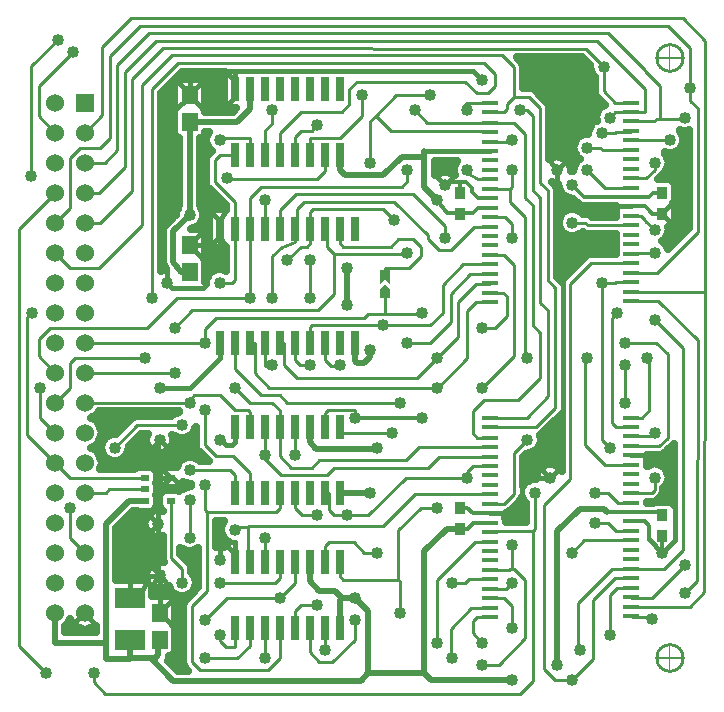
<source format=gtl>
G04 Rezonit PCAD EXPORT*
G04 layer position = 0*
G04 layer base position = 0*
G04 layer type = 0*
G04 layer flash color = 2*
G04 layer line color = 3*
G04*
G04  File:            MSX2MB1.GTL, Fri Nov 10 22:01:54 2023*
G04  Source:          P-CAD 2006 PCB, Version 19.02.958, (D:\PCAD\MSX_MEM\MSX2MB\MSX2MB1.pcb)*
G04  Format:          Gerber Format (RS-274-D), ASCII*
G04*
G04  Format Options:  Absolute Positioning*
G04                   Leading-Zero Suppression*
G04                   Scale Factor 1:1*
G04                   NO Circular Interpolation*
G04                   Millimeter Units*
G04                   Numeric Format: 4.4 (XXXX.XXXX)*
G04                   G54 NOT Used for Aperture Change*
G04                   Apertures Embedded*
G04*
G04  File Options:    Offset = (0.000mm,0.000mm)*
G04                   Drill Symbol Size = 0.000mm*
G04                   No Pad/Via Holes*
G04*
G04  File Contents:   Pads*
G04                   Vias*
G04                   No Designators*
G04                   No Types*
G04                   No Values*
G04                   No Drill Symbols*
G04                   Top*
G04*
%INMSX2MB1.GTL*%
%ICAS*%
%MOMM*%
G04*
G04  Aperture MACROs for general use --- invoked via D-code assignment *
G04*
G04  General MACRO for flashed round with rotation and/or offset hole *
%AMROTOFFROUND*
1,1,$1,0.0000,0.0000*
1,0,$2,$3,$4*%
G04*
G04  General MACRO for flashed oval (obround) with rotation and/or offset hole *
%AMROTOFFOVAL*
21,1,$1,$2,0.0000,0.0000,$3*
1,1,$4,$5,$6*
1,1,$4,0-$5,0-$6*
1,0,$7,$8,$9*%
G04*
G04  General MACRO for flashed oval (obround) with rotation and no hole *
%AMROTOVALNOHOLE*
21,1,$1,$2,0.0000,0.0000,$3*
1,1,$4,$5,$6*
1,1,$4,0-$5,0-$6*%
G04*
G04  General MACRO for flashed rectangle with rotation and/or offset hole *
%AMROTOFFRECT*
21,1,$1,$2,0.0000,0.0000,$3*
1,0,$4,$5,$6*%
G04*
G04  General MACRO for flashed rectangle with rotation and no hole *
%AMROTRECTNOHOLE*
21,1,$1,$2,0.0000,0.0000,$3*%
G04*
G04  General MACRO for flashed rounded-rectangle *
%AMROUNDRECT*
21,1,$1,$2-$4,0.0000,0.0000,$3*
21,1,$1-$4,$2,0.0000,0.0000,$3*
1,1,$4,$5,$6*
1,1,$4,$7,$8*
1,1,$4,0-$5,0-$6*
1,1,$4,0-$7,0-$8*
1,0,$9,$10,$11*%
G04*
G04  General MACRO for flashed rounded-rectangle with rotation and no hole *
%AMROUNDRECTNOHOLE*
21,1,$1,$2-$4,0.0000,0.0000,$3*
21,1,$1-$4,$2,0.0000,0.0000,$3*
1,1,$4,$5,$6*
1,1,$4,$7,$8*
1,1,$4,0-$5,0-$6*
1,1,$4,0-$7,0-$8*%
G04*
G04  General MACRO for flashed regular polygon *
%AMREGPOLY*
5,1,$1,0.0000,0.0000,$2,$3+$4*
1,0,$5,$6,$7*%
G04*
G04  General MACRO for flashed regular polygon with no hole *
%AMREGPOLYNOHOLE*
5,1,$1,0.0000,0.0000,$2,$3+$4*%
G04*
G04  General MACRO for target *
%AMTARGET*
6,0,0,$1,$2,$3,4,$4,$5,$6*%
G04*
G04  General MACRO for mounting hole *
%AMMTHOLE*
1,1,$1,0,0*
1,0,$2,0,0*
$1=$1-$2*
$1=$1/2*
21,1,$2+$1,$3,0,0,$4*
21,1,$3,$2+$1,0,0,$4*%
G04*
G04*
G04  D10 : "Ellipse X0.254mm Y0.254mm H0.000mm 0.0deg (0.000mm,0.000mm) Draw"*
G04  Disc: OuterDia=0.2540*
%ADD10C, 0.2540*%
G04  D11 : "Ellipse X0.300mm Y0.300mm H0.000mm 0.0deg (0.000mm,0.000mm) Draw"*
G04  Disc: OuterDia=0.3000*
%ADD11C, 0.3000*%
G04  D12 : "Ellipse X0.381mm Y0.381mm H0.000mm 0.0deg (0.000mm,0.000mm) Draw"*
G04  Disc: OuterDia=0.3810*
%ADD12C, 0.3810*%
G04  D13 : "Ellipse X0.400mm Y0.400mm H0.000mm 0.0deg (0.000mm,0.000mm) Draw"*
G04  Disc: OuterDia=0.4000*
%ADD13C, 0.4000*%
G04  D14 : "Ellipse X0.450mm Y0.450mm H0.000mm 0.0deg (0.000mm,0.000mm) Draw"*
G04  Disc: OuterDia=0.4500*
%ADD14C, 0.4500*%
G04  D15 : "Ellipse X0.500mm Y0.500mm H0.000mm 0.0deg (0.000mm,0.000mm) Draw"*
G04  Disc: OuterDia=0.5000*
%ADD15C, 0.5000*%
G04  D16 : "Ellipse X0.050mm Y0.050mm H0.000mm 0.0deg (0.000mm,0.000mm) Draw"*
G04  Disc: OuterDia=0.0500*
%ADD16C, 0.0500*%
G04  D17 : "Ellipse X0.635mm Y0.635mm H0.000mm 0.0deg (0.000mm,0.000mm) Draw"*
G04  Disc: OuterDia=0.6350*
%ADD17C, 0.6350*%
G04  D18 : "Ellipse X0.100mm Y0.100mm H0.000mm 0.0deg (0.000mm,0.000mm) Draw"*
G04  Disc: OuterDia=0.1000*
%ADD18C, 0.1000*%
G04  D19 : "Ellipse X0.127mm Y0.127mm H0.000mm 0.0deg (0.000mm,0.000mm) Draw"*
G04  Disc: OuterDia=0.1270*
%ADD19C, 0.1270*%
G04  D20 : "Ellipse X0.150mm Y0.150mm H0.000mm 0.0deg (0.000mm,0.000mm) Draw"*
G04  Disc: OuterDia=0.1500*
%ADD20C, 0.1500*%
G04  D21 : "Ellipse X0.200mm Y0.200mm H0.000mm 0.0deg (0.000mm,0.000mm) Draw"*
G04  Disc: OuterDia=0.2000*
%ADD21C, 0.2000*%
G04  D22 : "Ellipse X0.250mm Y0.250mm H0.000mm 0.0deg (0.000mm,0.000mm) Draw"*
G04  Disc: OuterDia=0.2500*
%ADD22C, 0.2500*%
G04  D23 : "Ellipse X0.250mm Y0.250mm H0.000mm 0.0deg (0.000mm,0.000mm) Draw"*
G04  Disc: OuterDia=0.2500*
%ADD23C, 0.2500*%
G04  D24 : "Ellipse X2.652mm Y2.652mm H0.000mm 0.0deg (0.000mm,0.000mm) Flash"*
G04  Disc: OuterDia=2.6520*
%ADD24C, 2.6520*%
G04  D25 : "Ellipse X1.524mm Y1.524mm H0.000mm 0.0deg (0.000mm,0.000mm) Flash"*
G04  Disc: OuterDia=1.5240*
%ADD25C, 1.5240*%
G04  D26 : "Ellipse X1.676mm Y1.676mm H0.000mm 0.0deg (0.000mm,0.000mm) Flash"*
G04  Disc: OuterDia=1.6760*
%ADD26C, 1.6760*%
G04  D27 : "Mounting Hole X2.500mm Y2.500mm H0.000mm 0.0deg (0.000mm,0.000mm) Flash"*
G04  Mounting Hole: Diameter=2.5000, Rotation=0.0, LineWidth=0.1270 *
%ADD27MTHOLE, 2.5000 X1.9920 X0.1270 X0.0*%
G04  D28 : "Polygon X1.150mm Y0.800mm H0.000mm 90.0deg (0.000mm,0.000mm) Flash"*
G04  Irregular Polygon: DimX=1.1500, DimY=0.8000, Rotation=90.0, OffsetX=0.0000, OffsetY=0.0000, HoleDia=0.0000 *
%AMIRREGPOLYD28*
4,1,5,
-0.4000, -0.4000,
0.3500, -0.4000,
0.7500, 0.0000,
0.3500, 0.4000,
-0.4000, 0.4000,
-0.4000, -0.4000,
$1*%
%ADD28IRREGPOLYD28, 90.0*%
G04  D29 : "Polygon X1.150mm Y0.800mm H0.000mm 90.0deg (0.000mm,0.000mm) Flash"*
G04  Irregular Polygon: DimX=1.1500, DimY=0.8000, Rotation=90.0, OffsetX=0.0000, OffsetY=0.0000, HoleDia=0.0000 *
%AMIRREGPOLYD29*
4,1,5,
-0.7500, 0.4000,
-0.3500, 0.0000,
-0.7500, -0.4000,
0.4000, -0.4000,
0.4000, 0.4000,
-0.7500, 0.4000,
$1*%
%ADD29IRREGPOLYD29, 90.0*%
G04  D30 : "Polygon X1.338mm Y0.956mm H0.000mm 90.0deg (0.000mm,0.000mm) Flash"*
G04  Irregular Polygon: DimX=1.3381, DimY=0.9558, Rotation=90.0, OffsetX=0.0000, OffsetY=0.0000, HoleDia=0.0000 *
%AMIRREGPOLYD30*
4,1,5,
-0.4779, 0.4779,
-0.4779, -0.4779,
0.3823, -0.4779,
0.8602, 0.0000,
0.3823, 0.4779,
-0.4779, 0.4779,
$1*%
%ADD30IRREGPOLYD30, 90.0*%
G04  D31 : "Polygon X1.416mm Y0.956mm H0.000mm 90.0deg (0.000mm,0.000mm) Flash"*
G04  Irregular Polygon: DimX=1.4160, DimY=0.9558, Rotation=90.0, OffsetX=0.0000, OffsetY=0.0000, HoleDia=0.0000 *
%AMIRREGPOLYD31*
4,1,5,
-0.4602, 0.0000,
-0.9381, -0.4779,
0.4779, -0.4779,
0.4779, 0.4779,
-0.9381, 0.4779,
-0.4602, 0.0000,
$1*%
%ADD31IRREGPOLYD31, 90.0*%
G04  D32 : "Rectangle X0.800mm Y0.600mm H0.000mm 0.0deg (0.000mm,0.000mm) Flash"*
G04  Rectangular: DimX=0.8000, DimY=0.6000, Rotation=0.0, OffsetX=0.0000, OffsetY=0.0000, HoleDia=0.0000 *
%ADD32R, 0.8000 X0.6000*%
G04  D33 : "Rectangle X0.952mm Y0.752mm H0.000mm 0.0deg (0.000mm,0.000mm) Flash"*
G04  Rectangular: DimX=0.9520, DimY=0.7520, Rotation=0.0, OffsetX=0.0000, OffsetY=0.0000, HoleDia=0.0000 *
%ADD33R, 0.9520 X0.7520*%
G04  D34 : "Rectangle X0.889mm Y1.016mm H0.000mm 0.0deg (0.000mm,0.000mm) Flash"*
G04  Rectangular: DimX=0.8890, DimY=1.0160, Rotation=0.0, OffsetX=0.0000, OffsetY=0.0000, HoleDia=0.0000 *
%ADD34R, 0.8890 X1.0160*%
G04  D35 : "Rectangle X1.041mm Y1.168mm H0.000mm 0.0deg (0.000mm,0.000mm) Flash"*
G04  Rectangular: DimX=1.0410, DimY=1.1680, Rotation=0.0, OffsetX=0.0000, OffsetY=0.0000, HoleDia=0.0000 *
%ADD35R, 1.0410 X1.1680*%
G04  D36 : "Rectangle X1.450mm Y0.450mm H0.000mm 0.0deg (0.000mm,0.000mm) Flash"*
G04  Rectangular: DimX=1.4500, DimY=0.4500, Rotation=0.0, OffsetX=0.0000, OffsetY=0.0000, HoleDia=0.0000 *
%ADD36R, 1.4500 X0.4500*%
G04  D37 : "Rectangle X1.422mm Y1.524mm H0.000mm 0.0deg (0.000mm,0.000mm) Flash"*
G04  Rectangular: DimX=1.4224, DimY=1.5240, Rotation=0.0, OffsetX=0.0000, OffsetY=0.0000, HoleDia=0.0000 *
%ADD37R, 1.4224 X1.5240*%
G04  D38 : "Rectangle X1.524mm Y1.524mm H0.000mm 0.0deg (0.000mm,0.000mm) Flash"*
G04  Square: Side=1.5240, Rotation=0.0, OffsetX=0.0000, OffsetY=0.0000, HoleDia=0.0000*
%ADD38R, 1.5240 X1.5240*%
G04  D39 : "Rectangle X1.602mm Y0.602mm H0.000mm 0.0deg (0.000mm,0.000mm) Flash"*
G04  Rectangular: DimX=1.6020, DimY=0.6020, Rotation=0.0, OffsetX=0.0000, OffsetY=0.0000, HoleDia=0.0000 *
%ADD39R, 1.6020 X0.6020*%
G04  D40 : "Rectangle X1.574mm Y1.676mm H0.000mm 0.0deg (0.000mm,0.000mm) Flash"*
G04  Rectangular: DimX=1.5744, DimY=1.6760, Rotation=0.0, OffsetX=0.0000, OffsetY=0.0000, HoleDia=0.0000 *
%ADD40R, 1.5744 X1.6760*%
G04  D41 : "Rectangle X1.676mm Y1.676mm H0.000mm 0.0deg (0.000mm,0.000mm) Flash"*
G04  Square: Side=1.6760, Rotation=0.0, OffsetX=0.0000, OffsetY=0.0000, HoleDia=0.0000*
%ADD41R, 1.6760 X1.6760*%
G04  D42 : "Rectangle X2.591mm Y1.778mm H0.000mm 0.0deg (0.000mm,0.000mm) Flash"*
G04  Rectangular: DimX=2.5908, DimY=1.7780, Rotation=0.0, OffsetX=0.0000, OffsetY=0.0000, HoleDia=0.0000 *
%ADD42R, 2.5908 X1.7780*%
G04  D43 : "Rectangle X2.743mm Y1.930mm H0.000mm 0.0deg (0.000mm,0.000mm) Flash"*
G04  Rectangular: DimX=2.7428, DimY=1.9300, Rotation=0.0, OffsetX=0.0000, OffsetY=0.0000, HoleDia=0.0000 *
%ADD43R, 2.7428 X1.9300*%
G04  D44 : "Rectangle X0.660mm Y2.032mm H0.000mm 0.0deg (0.000mm,0.000mm) Flash"*
G04  Rectangular: DimX=0.6604, DimY=2.0320, Rotation=0.0, OffsetX=0.0000, OffsetY=0.0000, HoleDia=0.0000 *
%ADD44R, 0.6604 X2.0320*%
G04  D45 : "Rectangle X0.812mm Y2.184mm H0.000mm 0.0deg (0.000mm,0.000mm) Flash"*
G04  Rectangular: DimX=0.8124, DimY=2.1840, Rotation=0.0, OffsetX=0.0000, OffsetY=0.0000, HoleDia=0.0000 *
%ADD45R, 0.8124 X2.1840*%
G04  D46 : "Ellipse X1.016mm Y1.016mm H0.000mm 0.0deg (0.000mm,0.000mm) Flash"*
G04  Disc: OuterDia=1.0160*
%ADD46C, 1.0160*%
G04  D47 : "Ellipse X1.168mm Y1.168mm H0.000mm 0.0deg (0.000mm,0.000mm) Flash"*
G04  Disc: OuterDia=1.1680*
%ADD47C, 1.1680*%
G04*
%FSLAX44Y44*%
%SFA1B1*%
%OFA0.000B0.000*%
G04*
G71*
G90*
G01*
D2*
%LNTop*%
D15*
X584200Y520700*
Y495300D1*
D2*
D23*
X576483Y469900*
X576580D1*
X553720Y492663D2*
X576483Y469900D1*
X584200Y647700D2*
X596900Y635000D1*
X584200Y647700D2*
X561090Y670810D1*
X570600Y737500D2*
X584200Y723900D1*
X570600Y752490D2*
Y737500D1*
X596900Y732270D2*
X601230Y736600D1*
X596900Y711200D2*
Y732270D1*
X584200Y698500D2*
X596900Y711200D1*
X561090Y770640D2*
X565150Y774700D1*
X584200Y825499D2*
X596899Y812800D1*
X584200Y825499D2*
Y825500D1*
X596900Y863600D2*
X584200Y850900D1*
X596900Y905830D2*
Y863600D1*
X553720Y845820D2*
X584200Y876300D1*
X570600Y940700D2*
X584200Y927100D1*
X570600Y966850D2*
Y940700D1*
D2*
D15*
X672040Y497840*
X673100D1*
X647700Y481790D2*
X627660D1*
X647700Y481840D2*
Y481790D1*
X672040Y495467D2*
X673100Y495300D1*
X647700Y497332D2*
Y495300D1*
Y481840*
X627660Y481790D2*
Y495300D1*
X672040D2*
X673100D1*
D2*
D23*
X617220Y469900*
Y461677D1*
D2*
D15*
X669459Y481840*
X672040Y484420D1*
Y495467D2*
Y497840D1*
Y484420D2*
Y495300D1*
Y495467*
X647700Y481840D2*
X665700D1*
X669459*
D2*
D13*
X673100Y550520*
X672040Y551580D1*
Y595960D2*
Y551580D1*
X647700*
X673100Y552450D2*
Y550520D1*
X672040Y635000D2*
X682900D1*
X672040Y665690D2*
Y635000D1*
X673100Y666750D2*
X672040Y665690D1*
D2*
D15*
X646700Y615000*
X660400D1*
D2*
D23*
X654050Y679450*
X635000Y660400D1*
X630360Y625000D2*
X627660Y622300D1*
X660400Y625000D2*
X630360D1*
D2*
D13*
X679450Y811520*
X676795Y814175D1*
X679450Y800100D2*
Y811520D1*
D2*
D23*
X622931Y850900*
X649850Y877818D1*
X621794Y876300D2*
X643510Y898015D1*
X626392Y901700D2*
X637170Y912478D1*
X649155Y1023910D2*
X624490Y999244D1*
X736600Y491350D2*
Y508000D1*
X728980Y491350D2*
X736600D1*
X723900Y496430D2*
X728980Y491350D1*
X723900Y501650D2*
Y496430D1*
X749300Y492530D2*
Y508000D1*
X738610Y481840D2*
X749300Y492530D1*
X711960Y481840D2*
X738610D1*
X711200Y482600D2*
X711960Y481840D1*
X700570Y478670D2*
X706910Y472330D1*
X700570Y526220D2*
Y478670D1*
D2*
D13*
X736600Y580110*
Y563880D1*
X727070Y580110D2*
X736600D1*
X723900Y576940D2*
X727070Y580110D1*
X723900Y565150D2*
Y576940D1*
D2*
D23*
X692150Y546100*
Y557920D1*
X748120Y592790D2*
X749055Y593725D1*
X749300Y570600D2*
Y563880D1*
X748120Y571780D2*
X749300Y570600D1*
X748120Y592790D2*
Y571780D1*
X738840Y592790D2*
X748120D1*
X736600Y590550D2*
X738840Y592790D1*
X711200Y607520D2*
X713250Y605470D1*
Y538900*
D2*
D13*
X724760Y666750*
X728980Y662530D1*
X723900Y666750D2*
X724760D1*
D2*
D23*
X736600Y637020*
Y622300D1*
X732270Y641350D2*
X736600Y637020D1*
X698500Y641350D2*
X732270D1*
X711200Y662530D2*
X720710Y653020D1*
D2*
D13*
X728980Y662530*
X734419D1*
X736600Y664710D2*
Y678180D1*
X734419Y662530D2*
X736600Y664710D1*
D2*
D23*
X749300Y622300*
Y639155D1*
X735435Y653020D2*
X720710D1*
X749300Y639155D2*
X735435Y653020D1*
X753735Y749300D2*
X749300D1*
X753735Y723484D2*
Y749300D1*
X749300Y698500D2*
X736600Y711200D1*
X723900Y704850D2*
X736600Y692150D1*
Y749300D2*
Y726913D1*
X758663Y704850*
X723900D2*
X702344D1*
X698500Y701005D2*
Y698500D1*
X702344Y704850D2*
X698500Y701005D1*
X747753Y692150D2*
X736600D1*
X749300Y690603D2*
X747753Y692150D1*
D2*
D13*
X723900Y736488*
Y749300D1*
X698611Y711200D2*
X723900Y736488D1*
X713250Y798840D2*
Y824200D1*
X710080Y795670D2*
X713250Y798840D1*
Y831850D2*
X698500D1*
X713250Y824200D2*
Y831850D1*
X719590Y824200D2*
X723900Y828510D1*
X713250Y824200D2*
X719590D1*
D2*
D23*
X749300Y787400*
X687890D1*
D2*
D15*
X692637Y808990*
X698500D1*
D2*
D23*
X723900Y800100*
X734690D1*
X736600Y802010*
D2*
D15*
X690880Y808990*
X692637D1*
D2*
D23*
X749300Y871750*
X758810Y881260D1*
X749300Y845820D2*
Y871750D1*
X730250Y889000D2*
X731650Y887600D1*
X724190Y908050D2*
X736600D1*
X719590Y903450D2*
X724190Y908050D1*
X719590Y885590D2*
Y903450D1*
X736600Y868580D2*
X719590Y885590D1*
X736600Y845820D2*
Y868580D1*
D2*
D13*
X695815Y979530*
X697400D1*
X736600D2*
Y963930D1*
X698500Y972090D2*
Y958850D1*
X697400Y973190D2*
X698500Y972090D1*
X697400Y979530D2*
Y973190D1*
Y979530D2*
X736600D1*
D2*
D23*
X725620Y922470*
X749300D1*
X723900Y920750D2*
X725620Y922470D1*
D2*
D15*
X749300Y946680*
Y963930D1*
X738610Y935990D2*
X749300Y946680D1*
X698500Y935990D2*
X738610D1*
D2*
D23*
X812800Y488950*
Y508000D1*
X800100Y486920D2*
Y508000D1*
X808350Y478670D2*
X800100Y486920D1*
X819180Y478670D2*
X808350D1*
X806450Y527050D2*
X792545D1*
X787400Y521904D2*
Y508000D1*
X792545Y527050D2*
X787400Y521904D1*
X774700Y481990D2*
Y508000D1*
X765039Y472330D2*
X774700Y481990D1*
X821030Y603250D2*
X816565Y607714D1*
X831850Y603250D2*
X821030D1*
D2*
D15*
X800100Y547150*
Y563880D1*
X808350Y538900D2*
X800100Y547150D1*
X821870Y538900D2*
X808350D1*
D2*
D23*
X787400Y546100*
Y563880D1*
X812800Y576757D2*
Y563880D1*
X816152Y580110D2*
X812800Y576757D1*
X793297Y603250D2*
X806450D1*
X825500Y563880D2*
Y551512D1*
X828602Y548410*
X774700Y549694D2*
Y563880D1*
X771105Y546100D2*
X774700Y549694D1*
X814690Y637170D2*
X821030Y643510D1*
X802010D2*
X808350Y649850D1*
X784210Y643510D2*
X802010D1*
X774700Y653020D2*
X784210Y643510D1*
X825500Y673100D2*
Y678180D1*
X816565Y622300D2*
X812800D1*
X787400Y654050D2*
Y678180D1*
X774700Y653020D2*
Y678180D1*
D2*
D15*
X800100*
Y664922D1*
X805662Y659360*
D2*
D23*
X775838Y637170*
X814690D1*
X764420Y730250D2*
X763270Y729100D1*
X768350Y730250D2*
X764420D1*
X778465Y749300D2*
X774700D1*
X778465Y730454D2*
Y749300D1*
X789330Y719590D2*
X778465Y730454D1*
X821570Y730250D2*
X820420Y729100D1*
X825500Y730250D2*
X821570D1*
X781050Y698500D2*
X774700Y704850D1*
Y691916D2*
X768116Y698500D1*
X815183Y692150D2*
X812800Y689766D1*
Y749300D2*
Y734438D1*
X818138Y729100D2*
X820420D1*
X812800Y734438D2*
X818138Y729100D1*
X787400Y749300D2*
Y734752D1*
X791902Y730250D2*
X800100D1*
X787400Y734752D2*
X791902Y730250D1*
X768350Y822240D2*
Y787400D1*
X776650Y830540D2*
X768350Y822240D1*
X792440Y830540D2*
X781050Y819150D1*
X821030Y824200D2*
X814690Y830540D1*
D2*
D15*
X831850Y781050*
Y812800D1*
D2*
D23*
X800100Y787400*
Y819150D1*
X787400Y834390D2*
X776650Y830540D1*
X825500Y833345D2*
X828305Y830540D1*
X792440D2*
X797458D1*
X800100Y833181*
X821030Y790573D2*
Y824200D1*
X807106Y776650D2*
X821030Y790573D1*
X789330Y862240D2*
X795670Y868580D1*
X789330Y845820D2*
Y862240D1*
X787400Y845820D2*
X789330D1*
X814690D2*
X812800D1*
X787400D2*
X786800D1*
D2*
D15*
X825500Y908050*
Y895112D1*
X829842Y890770*
D2*
D23*
X812800Y894419*
Y908050D1*
X805980Y887600D2*
X812800Y894419D1*
X774700Y861202D2*
Y845820D1*
X788417Y874920D2*
X774700Y861202D1*
X802834Y862240D2*
X800100Y859505D1*
Y845820D2*
Y859505D1*
X768350Y946150D2*
Y935150D1*
X825530Y922470D2*
X800100D1*
X792500Y928810D2*
X787400Y923710D1*
X801810Y928810D2*
X792500D1*
X806450Y933450D2*
X801810Y928810D1*
X792500Y944660D2*
X774700Y926860D1*
X827370Y944660D2*
X792500D1*
X833710Y951000D2*
X827370Y944660D1*
X833710Y963680D2*
Y951000D1*
D2*
D15*
X902720Y463550*
X897110Y469160D1*
X849560*
Y522040D2*
Y469160D1*
X843220Y462820D2*
X849560Y469160D1*
D2*
D23*
X857250Y571500*
X846390D1*
X876300Y547030D2*
X874920Y548410D1*
Y590580D2*
Y548410D1*
X900280Y643510D2*
X909570Y652800D1*
X881260Y649850D2*
X892210Y660800D1*
D2*
D15*
X857250Y660400*
X856210Y659360D1*
D2*
D23*
X908050Y736600*
X891040Y719590D1*
D2*
D15*
X850900Y737350*
X845820Y732270D1*
X850900Y742950D2*
Y737350D1*
D2*
D23*
X882650Y749300*
X902160D1*
X908050Y736600D2*
X908270D1*
X908050Y711200D2*
X908422D1*
X900280Y836880D2*
X909790Y827370D1*
X881350Y824200D2*
X882650Y825500D1*
X894130Y773480D2*
X863600D1*
X895350Y774700D2*
X894130Y773480D1*
X849560D2*
X863600D1*
X846390Y770310D2*
X849560Y773480D1*
X874920Y836880D2*
X868580Y830540D1*
X887600Y836880D2*
X874920D1*
X893940Y830540D2*
X887600Y836880D1*
X893940Y822310D2*
Y830540D1*
X884430Y812800D2*
X893940Y822310D1*
X863600Y812800D2*
X884430D1*
X912960Y774619D2*
Y798319D1*
X902310Y763970D2*
X912960Y774619D1*
X863600Y792480D2*
Y791210D1*
Y773480D2*
Y791210D1*
D2*
D10*
Y806210*
Y812800D1*
D2*
D23*
X862240Y763970*
X902310D1*
X882650Y885820D2*
Y895350D1*
X878090Y881260D2*
X882650Y885820D1*
X871750Y868580D2*
X900280Y840050D1*
X862240Y862240D2*
X871750Y852730D1*
D2*
D15*
X897110Y911500*
Y906620D1*
Y880890D2*
Y906620D1*
X908050Y869950D2*
X897110Y880890D1*
X878090Y906620D2*
X862240Y890770D1*
X897110Y906620D2*
X878090D1*
D2*
D23*
X844550Y958850*
Y941490D1*
X873260Y958850D2*
X855900Y941490D1*
X901700Y958850D2*
X873260D1*
X855900Y941490D2*
X850900Y936490D1*
X855900Y941490D2*
X868970Y928419D1*
X899650Y935500D2*
X889000Y946150D1*
X946150Y495300D2*
X938320Y503130D1*
X936900Y524800D2*
X952500D1*
X919300Y507200D2*
X936900Y524800D1*
X919300Y484050D2*
Y507200D1*
X920750Y482600D2*
X919300Y484050D1*
X971550Y508000D2*
Y526220D1*
X952500Y516800D2*
X941855D1*
X938320Y513264D2*
Y503130D1*
X941855Y516800D2*
X938320Y513264D1*
X946150Y476250D2*
X959999D1*
X982700Y498950*
D2*
D13*
X952500Y604800*
X970020D1*
D2*
D23*
X971550Y577850*
Y557920D1*
X968900Y556800D2*
X952500D1*
X970020Y557920D2*
X968900Y556800D1*
X971550Y557920D2*
X970020D1*
X973190D2*
X971550D1*
X982700Y548410D2*
X973190Y557920D1*
X957340Y588800D2*
X952500D1*
X958160Y589620D2*
X957340Y588800D1*
X989040Y589620D2*
X958160D1*
X940440Y580800D2*
X952500D1*
X966250Y540800D2*
X952500D1*
X971550Y546100D2*
X966250Y540800D1*
X934680Y548800D2*
X952500D1*
X931980Y546100D2*
X934680Y548800D1*
X920750Y546100D2*
X931980D1*
D2*
D11*
X938320Y596800*
X952500D1*
X927100Y591820D2*
X933730D1*
X938320Y596409D2*
Y596800D1*
X933730Y591820D2*
X938320Y596409D1*
X952500Y604800D2*
X938320D1*
Y604803*
D2*
D13*
X979530Y630830*
X983700Y635000D1*
X979530Y614310D2*
Y630830D1*
D2*
D23*
X964670Y612800*
X952500D1*
X973190Y621320D2*
X964670Y612800D1*
X973190Y655690D2*
Y621320D1*
X984250Y666750D2*
X973190Y655690D1*
X938530Y644800D2*
X952500D1*
X933450Y639720D2*
X938530Y644800D1*
X933450Y635000D2*
Y639720D1*
X941989Y668800D2*
X952500D1*
X938320Y672469D2*
X941989Y668800D1*
X946150Y711200D2*
X973190Y738240D1*
X947830Y700570D2*
X938320Y691060D1*
X976360Y700570D2*
X947830D1*
X984250Y736600D2*
X982700Y738150D1*
X964380Y823500D2*
X952500D1*
X973190Y814690D2*
X964380Y823500D1*
X952500Y798840D2*
Y799500D1*
Y783500D2*
X940848Y783555D1*
X933450Y776194*
X952500Y798840D2*
X941225D1*
X925640Y783254*
X952500Y807500D2*
X936077D1*
X919300Y790722*
X952500Y815500D2*
X930140D1*
X919300Y766439D2*
Y790722D1*
X966850Y771510D2*
Y788613D1*
X963963Y791500D2*
X952500D1*
X966850Y788613D2*
X963963Y791500D1*
X982700Y871750D2*
X989040Y865410D1*
X952500Y887600D2*
Y887500D1*
X933450Y895350D2*
Y892680D1*
X970020Y879500D2*
X952500D1*
X971550Y881030D2*
X970020Y879500D1*
X971550Y895350D2*
Y881030D1*
X970020Y868580D2*
Y879500D1*
X982700Y855900D2*
X970020Y868580D1*
X965610Y855500D2*
X952500D1*
X971550Y849560D2*
X965610Y855500D1*
X939430Y847500D2*
X952500D1*
D2*
D11*
X927100Y859070*
X938320D1*
X927100Y859060D2*
X916400D1*
X952500Y863500D2*
X942412D1*
D2*
D23*
X933450Y892680*
X942340Y887730D1*
X952500Y887600*
D2*
D11*
X937256Y880464*
X937254Y876617D1*
X942371Y871500D2*
X952500D1*
X937254Y876617D2*
X942371Y871500D1*
X937256Y880464D2*
X932700Y885000D1*
X927100Y885050*
Y876300D2*
Y885050D1*
X942412Y863500D2*
X938450Y859050D1*
X927100Y859060D2*
Y858520D1*
Y859070D2*
Y858520D1*
D2*
D13*
X946150Y971550*
X938170Y979530D1*
D2*
D23*
X973190Y935150*
X982700Y925640D1*
X952500Y935150D2*
X973190D1*
X952500Y935500D2*
Y935150D1*
X973190Y957340D2*
X966850Y951000D1*
X973190Y957340D2*
X985870D1*
X973190D2*
Y982700D1*
X933450Y949760D2*
X931980Y951230D1*
X933450Y946150D2*
Y949760D1*
X952500Y919300D2*
Y919500D1*
X970100Y919300D2*
X952500D1*
X971550Y920750D2*
X970100Y919300D1*
X952500Y928419D2*
Y927500D1*
X941490Y960510D2*
X931980Y970020D1*
X951000Y960510D2*
X941490D1*
X957340Y966850D2*
X951000Y960510D1*
X957340Y976360D2*
Y966850D1*
X947830Y985870D2*
X957340Y976360D1*
X952500Y952500D2*
X933011D1*
X931980Y951468D2*
Y951230D1*
X933011Y952500D2*
X931980Y951468D1*
X952500Y944500D2*
X964401D1*
X966850Y946948D2*
Y951000D1*
X964401Y944500D2*
X966850Y946948D1*
X983953Y946150D2*
X977900D1*
X989040Y941063D2*
X983953Y946150D1*
X1027080Y490570D2*
X1028700Y488950D1*
X1022350Y463550D2*
X1039760Y480960D1*
X1008060Y463550D2*
X998550Y473060D1*
X1022350Y463550D2*
X1008060D1*
X1039760Y531223D2*
Y480960D1*
X1027080Y528539D2*
Y490570D1*
X1054100Y535730D2*
X1060170Y541800D1*
X1022350Y571500D2*
X1032650Y581800D1*
X1052440Y596900D2*
X1059540Y589800D1*
X1041400Y596900D2*
X1052440D1*
D2*
D13*
X1003300Y635000*
X1014400Y646100D1*
D2*
D23*
X1055610Y681550*
X1059360Y677800D1*
X1033420Y662530D2*
X1050150Y645800D1*
X998550Y611810D2*
X1020740Y634000D1*
X1052440Y622300D2*
X1060940Y613800D1*
X1041400Y622300D2*
X1052440D1*
X1047750Y666750D2*
X1054100Y660400D1*
X995380Y757630D2*
Y719590D1*
X1035050Y736600D2*
X1033420Y734970D1*
D2*
D13*
X1014400Y817860*
X1012237Y820022D1*
D2*
D23*
X1001720Y802010*
X1008060Y795670D1*
X995380Y782990D2*
X1001720Y776650D1*
X1060450Y774700D2*
X1055610Y769860D1*
X1020740Y798840D2*
X1038400Y816500D1*
X1058780Y800100D2*
X1059180Y800500D1*
X1047750Y800100D2*
X1058780D1*
D2*
D13*
X1009650Y867087*
X1012237Y864500D1*
X1009650Y895350D2*
Y867087D1*
D2*
D23*
X995380Y884430*
X1001720Y878090D1*
X1033420Y850900D2*
X1035820Y848500D1*
X1022350Y850900D2*
X1033420D1*
X1035050Y895350D2*
X1049900Y880500D1*
D2*
D11*
X1022350Y882650*
Y882504D1*
X1032362Y872492*
D2*
D23*
X1058960Y944660*
X1054100Y939800D1*
X1058780Y927100D2*
X1059605Y927925D1*
X1047750Y927100D2*
X1058780D1*
X1049020Y961871D2*
X1058391Y952500D1*
X1049020Y961871D2*
Y982980D1*
Y983016*
X1077800Y517800D2*
X1072500D1*
X1072552Y525780D2*
X1072532Y525800D1*
X1072500*
X1072552Y525780D2*
X1122152D1*
X1089660Y515620D2*
Y516890D1*
X1077800D2*
Y517800D1*
X1089660Y516890D2*
X1077800D1*
X1073150*
D2*
D13*
X1098550Y571500*
X1087310Y582740D1*
X1098550Y571500D2*
X1109500Y582450D1*
D2*
D23*
X1072500Y557800*
Y557920D1*
X1099706*
X1115840Y574053*
X1117600Y537210D2*
X1117619D1*
X1127796Y547351*
D2*
D11*
X1072500Y605800*
X1098550D1*
Y603250*
Y571500D2*
Y585470D1*
X1087310Y582740D2*
Y594088D1*
X1083598Y597800D2*
X1072500D1*
X1087310Y594088D2*
X1083598Y597800D1*
D2*
D13*
X1092870Y653800*
X1072500D1*
X1109500Y637170D2*
X1092870Y653800D1*
D2*
D23*
X1088900Y669800*
X1072500D1*
X1092200Y673100D2*
X1088900Y669800D1*
X1089510Y621800D2*
X1072500D1*
X1092200Y624490D2*
X1089510Y621800D1*
X1092200Y635000D2*
Y624490D1*
X1096090Y661800D2*
X1072500D1*
X1103160Y668870D2*
X1096090Y661800D1*
X1085850Y736600D2*
X1087310Y735140D1*
X1093650Y749300D2*
X1103160Y739790D1*
X1087310Y692080D2*
Y735140D1*
X1072500Y825000D2*
Y824500D1*
X1091700Y825000D2*
X1072500D1*
X1092200Y825500D2*
X1091700Y825000D1*
X1093800Y808500D2*
X1072500D1*
X1095310Y784500D2*
X1072500D1*
X1134860Y792500D2*
X1072500D1*
X1092200Y844550D2*
X1084140Y852610D1*
Y852941*
X1080581Y856500D2*
X1072500D1*
X1084140Y852941D2*
X1080581Y856500D1*
D2*
D11*
X1089812Y858520*
X1098550D1*
X1087120Y861212D2*
X1089812Y858520D1*
X1098550Y876300D2*
X1090702D1*
X1087120Y861212D2*
Y861496D1*
X1083750Y864784D2*
X1072500Y864500D1*
X1087120Y861496D2*
X1083750Y864784D1*
X1090702Y876300D2*
X1087250Y872500D1*
X1072500D2*
X1087250D1*
D2*
D23*
X1072500Y888500*
X1085175D1*
X1092200Y895524D2*
Y901700D1*
X1085175Y888500D2*
X1092200Y895524D1*
X1072500Y944500D2*
Y944660D1*
X1084140Y963680D2*
X1077800Y970020D1*
X1084140Y944500D2*
Y963680D1*
X1072500Y944500D2*
X1084140D1*
X1072500Y937285D2*
Y936500D1*
X1092615Y937285D2*
X1072500D1*
X1093650Y938320D2*
X1092615Y937285D1*
X1096820Y938320D2*
X1093650D1*
X1116120D2*
X1117600Y939800D1*
X1096820Y938320D2*
X1116120D1*
X1096820Y966850D2*
X1084140Y979530D1*
X1096820Y938320D2*
Y966850D1*
X1122180Y954170D2*
X1128520Y947830D1*
X1122180Y965200D2*
Y954170D1*
X1072500Y921000D2*
Y920500D1*
X1093400Y921000D2*
X1072500D1*
X1093650Y920750D2*
X1093400Y921000D1*
X1104900Y920750D2*
X1093650D1*
X1072500Y927925D2*
Y928500D1*
X1077800Y970020D2*
Y970060D1*
X1084140Y979530D2*
Y979703D1*
X1122180Y998550D2*
X1103160Y1017570D1*
X1134860Y1004890D2*
X1115840Y1023910D1*
X596900Y584200D2*
Y609600D1*
X605470Y914400D2*
X596900Y905830D1*
X580110Y762000D2*
X570600Y752490D1*
X571500Y685800D2*
X584200Y673100D1*
X571500Y711200D2*
Y685800D1*
X561090Y670810D2*
Y770640D1*
X599440Y995680D2*
X570600Y966850D1*
X586740Y1005840D2*
X563880Y983191D1*
D2*
D13*
X672040Y595960*
Y635000D1*
X647700Y551580D2*
Y533400D1*
D2*
D23*
X682900Y567170*
Y615000D1*
D2*
D15*
X627660Y595960*
X646700Y615000D1*
X627660Y495300D2*
Y595960D1*
D2*
D13*
X673100Y550520*
Y520700D1*
D2*
D23*
X617220Y461677*
X626777Y452120D1*
X630830Y922470D2*
X622760Y914400D1*
X621764Y812800D2*
X657860Y848895D1*
X683374Y993140D2*
X657860Y967625D1*
X675878Y998543D2*
X649850Y972515D1*
X669686Y1004890D2*
X643510Y978713D1*
X663951Y1011230D2*
X637170Y984448D1*
X656725Y1017570D2*
X630830Y991674D1*
X698500Y584200D2*
Y615950D1*
X711200Y628650D2*
Y607520D1*
X713250Y538900D2*
X700570Y526220D1*
X730250Y533400D2*
X711200Y514350D1*
D2*
D13*
X723900Y828510*
Y845820D1*
D2*
D23*
X749300Y922470*
Y908050D1*
Y845820D2*
Y787400D1*
X711200Y692150D2*
Y662530D1*
Y760800D2*
X720710Y770310D1*
X711200Y749300D2*
Y760800D1*
D2*
D15*
X698500Y935990*
Y857250D1*
D2*
D23*
X736600Y845820*
Y802010D1*
X749300Y678180D2*
Y690603D1*
X816565Y607714D2*
Y622300D1*
D2*
D15*
X825500Y531530*
Y508000D1*
X827370Y533400D2*
X825500Y531530D1*
X827370Y533400D2*
X821870Y538900D1*
D2*
D23*
X774700Y533400*
X787400Y546100D1*
X774700Y608960D2*
Y622300D1*
X771209Y605470D2*
X774700Y608960D1*
X787400Y622300D2*
Y609147D1*
X793297Y603250*
X800100Y922470D2*
Y908050D1*
X787400Y923710D2*
Y908050D1*
X814690Y830540D2*
Y845820D1*
X774700Y926860D2*
Y908050D1*
Y678180D2*
Y691916D1*
X786800Y845820D2*
X787400Y834390D1*
X825500Y845820D2*
Y833345D1*
X800100Y833181D2*
Y845820D1*
X812800Y689766D2*
Y678180D1*
X800100Y762149D2*
Y749300D1*
X801921Y763970D2*
X800100Y762149D1*
X862240Y593725D2*
X889315Y620800D1*
X908050Y495300D2*
Y548410D1*
X876300Y520700D2*
Y547030D1*
X893940Y609600D2*
X874920Y590580D1*
X908050Y609600D2*
X893940D1*
X881260Y635000D2*
X849510Y603250D1*
D2*
D15*
X897110Y572800*
Y469160D1*
D2*
D23*
X850900Y936490*
Y901700D1*
X900280Y840050D2*
Y836880D1*
D2*
D13*
X970020Y604800*
X979530Y614310D1*
D2*
D23*
X989040Y462820*
Y589620D1*
X964970Y532800D2*
X952500D1*
X971550Y526220D2*
X964970Y532800D1*
X977900Y452120D2*
X989040Y462820D1*
D2*
D11*
X933523Y609600*
X927100D1*
X938320Y604803D2*
X933523Y609600D1*
D2*
D23*
X982700Y498950*
Y548410D1*
X973190Y738240D2*
Y814690D1*
X989040Y865410D2*
Y763970D1*
X982700Y925640D2*
Y871750D1*
X983780Y685800D2*
X952500D1*
X982700Y738150D2*
Y855900D1*
X971550Y838200D2*
Y849560D1*
X919300Y827370D2*
X939430Y847500D1*
X957340Y762000D2*
X966850Y771510D1*
X946150Y762000D2*
X957340D1*
X925640Y753969D2*
Y783254D1*
X933450Y736227D2*
Y776194D1*
X938320Y691060D2*
Y672469D1*
X989040Y878090D2*
Y941063D1*
X973190Y982700D2*
X962660Y993140D1*
X998550Y473060D2*
Y611810D1*
D2*
D15*
X1009650Y589620*
Y476250D1*
X1028670Y608640D2*
X1009650Y589620D1*
X1049165Y608640D2*
X1028670D1*
X1052005Y605800D2*
X1049165Y608640D1*
D2*
D23*
X1054100Y501650*
Y535730D1*
X1058336Y549800D2*
X1039760Y531223D1*
X1056340Y557800D2*
X1027080Y528539D1*
D2*
D13*
X1012237Y820022*
Y864500D1*
D2*
D23*
X1008060Y795670*
Y694230D1*
X1001720Y878090D2*
Y802010D1*
X995380Y947830D2*
Y884430D1*
X1001720Y776650D2*
Y703740D1*
X995380Y871750D2*
Y782990D1*
X1055610Y769860D2*
Y681550D1*
X1046100Y914400D2*
X1048000Y912500D1*
X1035050Y914400D2*
X1046100D1*
X1033420Y734970D2*
Y662530D1*
X1047750Y800100D2*
Y666750D1*
X1049020Y983016D2*
X1033803Y998233D1*
D2*
D13*
X1109500Y582450*
Y637170D1*
D2*
D23*
X1072500Y533299*
Y533800D1*
X1117600Y561340D2*
X1089660Y533400D1*
X1072500Y533299*
X1122152Y525780D2*
X1134143Y537729D1*
X1115840Y744710D2*
X1092200Y768350D1*
X1128520Y843220D2*
X1093800Y808500D1*
X1128520Y947830D2*
Y843220D1*
Y751290D2*
X1095310Y784500D1*
X1103160Y739790D2*
Y668870D1*
X1072500Y685800D2*
X1081029D1*
X1087310Y692080*
X1122180Y965200D2*
Y998550D1*
X563880Y983191D2*
Y890270D1*
X553720Y845820D2*
Y492663D1*
D2*
D13*
X676795Y814175*
Y960510D1*
D2*
D23*
X666750Y963962*
Y787400D1*
X657860Y967625D2*
Y848895D1*
X649850Y972515D2*
Y877818D1*
X643510Y978713D2*
Y898015D1*
X637170Y984448D2*
Y912478D1*
X630830Y991674D2*
Y922470D1*
X624490Y999244D2*
Y941990D1*
D2*
D13*
X1014400Y646100*
Y817860D1*
D2*
D23*
X1020740Y634000*
Y798840D1*
X1115840Y574053D2*
Y744710D1*
X1134860Y792500D2*
Y1004890D1*
X1127796Y547351D2*
X1128520Y751290D1*
X1134143Y537729D2*
X1134860Y792500D1*
D2*
D15*
X627660Y495300*
X584200D1*
D2*
D23*
X609600Y571500*
X596900Y584200D1*
X627660Y622300D2*
X609600D1*
X596899Y812800D2*
X621764D1*
X609600Y850900D2*
X622931D1*
X609600Y876300D2*
X621794D1*
X609600Y901700D2*
X626392D1*
X624490Y941990D2*
X609600Y927100D1*
X762000Y482600D2*
Y508000D1*
X838200Y497690D2*
X819180Y478670D1*
X838200Y514350D2*
Y497690D1*
D2*
D15*
X684720Y462820*
X843220D1*
X665700Y481840D2*
X684720Y462820D1*
D2*
D23*
X706910Y472330*
X765039D1*
X692150Y557920D2*
X682900Y567170D1*
X762000Y584200D2*
Y563880D1*
X749055Y593725D2*
X862240D1*
X908050Y548410D2*
X940440Y580800D1*
X846390Y571500D2*
X837780Y580110D1*
X849510Y603250D2*
X831850D1*
D2*
D15*
X916130Y591820*
X897110Y572800D1*
X927100Y591820D2*
X916130D1*
D2*
D23*
X837780Y580110*
X816152D1*
X713250Y605470D2*
X771209D1*
X828602Y548410D2*
X874920D1*
X723900Y546100D2*
X771105D1*
X821030Y643510D2*
X900280D1*
X808350Y649850D2*
X881260D1*
X869950Y673100D2*
X825500D1*
X933450Y635000D2*
X881260D1*
D2*
D15*
X850900Y622300*
X825500D1*
D2*
D23*
X692150Y679450*
X654050D1*
D2*
D15*
X805662Y659360*
X856210D1*
D2*
D23*
X762000Y651008*
X775838Y637170D1*
X762000Y651008D2*
Y654050D1*
Y678180*
Y729100D2*
Y749300D1*
X763270Y729100D2*
X762000D1*
X891040Y719590D2*
X789330D1*
X876300Y698500D2*
X781050D1*
X768116D2*
X749300D1*
X765810Y711200D2*
X753735Y723484D1*
X758663Y704850D2*
X774700D1*
X908270Y736600D2*
X925640Y753969D1*
X908422Y711200D2*
X933450Y736227D1*
X765810Y711200D2*
X908050D1*
D2*
D15*
X838200Y749300*
Y733892D1*
X839822Y732270D2*
X845820D1*
X838200Y733892D2*
X839822Y732270D1*
D2*
D23*
X838200Y692150*
X815183D1*
D2*
D13*
X673100Y711200*
X698611D1*
X683880Y795670D2*
X710080D1*
X679450Y800100D2*
X683880Y795670D1*
D2*
D23*
X909790Y827370*
X919300D1*
X821030Y824200D2*
X881350D1*
X720710Y770310D2*
X846390D1*
X930140Y815500D2*
X912960Y798319D1*
X828305Y830540D2*
X868580D1*
X700450Y776650D2*
X807106D1*
X801921Y763970D2*
X862240D1*
D2*
D15*
X684720Y817860*
X690880Y808990D1*
D2*
D23*
X758810Y881260*
X878090D1*
X762000Y869950D2*
Y845820D1*
X914400Y848120D2*
X887600Y874920D1*
X795670Y868580D2*
X871750D1*
D2*
D15*
X698500Y857250*
X684720Y843470D1*
D2*
D11*
X916400Y859060*
X908050Y869950D1*
X914400Y882650D2*
X915790Y885070D1*
X926950Y885000D2*
X915790Y885070D1*
D2*
D15*
X829842Y890770*
X862240D1*
D2*
D23*
X731650Y887600*
X805980D1*
X887600Y874920D2*
X788417D1*
X862240Y862240D2*
X802834D1*
D2*
D13*
X676795Y960510*
X695815Y979530D1*
X938170D2*
X736600D1*
D2*
D23*
X768350Y935150*
X762000Y928800D1*
X844550Y941490D2*
X825530Y922470D1*
X840050Y970020D2*
X833710Y963680D1*
X931980Y970020D2*
X840050D1*
X947830Y985870D2*
X688657D1*
X666750Y963962*
X1060170Y541800D2*
X1072500D1*
X990600Y591180D2*
X989040Y589620D1*
X1032650Y581800D2*
X1072500D1*
X1059540Y589800D2*
X1072500D1*
D2*
D11*
Y605800*
X1052005D1*
D2*
D23*
X1072500Y549800*
X1058336D1*
X1072500Y557800D2*
X1056340D1*
D2*
D13*
X983700Y635000*
X1003300D1*
D2*
D23*
X1059360Y677800*
X1072500D1*
X1050150Y645800D2*
X1072500D1*
X1060940Y613800D2*
X1072500D1*
X995380Y719590D2*
X976360Y700570D1*
X1066800Y698500D2*
Y730250D1*
Y749300D2*
X1093650D1*
X1038400Y816500D2*
X1072500D1*
X1059180Y800500D2*
X1072500D1*
D2*
D13*
Y864500*
X1012237D1*
D2*
D23*
X989040Y878090*
X995380Y871750D1*
X1048000Y912500D2*
X1072500D1*
X1035820Y848500D2*
X1072500D1*
X1049900Y880500D2*
X1072500D1*
D2*
D11*
X1032362Y872492*
X1087310Y872500D1*
D2*
D23*
X985870Y957340*
X995380Y947830D1*
X1072500Y944660D2*
X1058960D1*
X1059605Y927925D2*
X1072500D1*
X1058391Y952500D2*
X1072500D1*
X622760Y914400D2*
X605470D1*
D2*
D15*
X838200Y533400*
X849560Y522040D1*
X838200Y533400D2*
X827370D1*
D2*
D23*
X774700*
X730250D1*
X762000Y928800D2*
Y908050D1*
X687890Y787400D2*
X662490Y762000D1*
X914400Y838200D2*
Y848120D1*
X685800Y762000D2*
X700450Y776650D1*
D2*
D15*
X684720Y843470*
Y817860D1*
D2*
D23*
X902160Y749300*
X919300Y766439D1*
X838200Y685800D2*
Y692150D1*
D2*
D11*
Y685800*
X895350D1*
D2*
D23*
X990600Y622300*
Y591180D1*
X989040Y763970D2*
X995380Y757630D1*
X1008060Y694230D2*
X991630Y677800D1*
X1001720Y703740D2*
X983780Y685800D1*
X1077800Y970060D2*
X1042970Y1004890D1*
X1084140Y979703D2*
X1052613Y1011230D1*
X626777Y452120D2*
X977900D1*
D2*
D15*
X971550Y463550*
X902720D1*
D2*
D23*
X991630Y677800*
X952500D1*
X909570Y652800D2*
X952500D1*
X892210Y660800D2*
X952500D1*
X889315Y620800D2*
X952500D1*
X596900Y635000D2*
X660400D1*
X601230Y736600D2*
X660400D1*
X698500Y698500D2*
X609600D1*
Y723900D2*
X685800D1*
X711200Y749300D2*
X609600D1*
D2*
D14*
X952500Y911500*
X897110D1*
D2*
D23*
X868970Y928419*
X952500D1*
Y935500D2*
X899650D1*
X962660Y993140D2*
X683374D1*
X1033803Y998233D2*
X675878Y998543D1*
X1042970Y1004890D2*
X669686D1*
X1052613Y1011230D2*
X663951D1*
X1103160Y1017570D2*
X656725D1*
X1115840Y1023910D2*
X649155D1*
X662490Y762000D2*
X580110D1*
D2*
D17*
X727522Y598045*
X720675D1*
Y575996*
X723900Y577332*
X727380Y575890*
X728571Y578766*
X732069Y580215*
X732140*
X727985Y581935*
X724417Y590550*
X727522Y598045*
X720675Y580653D2*
X731082D1*
X720675Y585415D2*
X726544D1*
X720675Y590178D2*
X724571D1*
X720675Y594940D2*
X726236D1*
D2*
D12*
X735203Y572135*
X728571Y578766D1*
D2*
D17*
X714436Y927315*
X711787D1*
Y927141*
X710338Y923643*
X707175Y922333*
Y865717*
X710682Y857250*
X707114Y848635*
X699893Y845645*
X706840*
X710338Y844196*
X711787Y840698*
Y823001*
X710717Y820420*
X711787Y817838*
Y800267*
X715285Y808714*
X723900Y812282*
X729175Y810097*
Y829793*
X728430Y829485*
X719369*
X715871Y830933*
X714423Y834431*
Y857208*
X715871Y860706*
X719369Y862155*
X728430*
X729175Y861846*
Y865504*
X715384Y879295*
X713295Y881384*
X712165Y884113*
Y887066*
Y901973*
Y904926*
X713295Y907655*
X715384Y909744*
X717046Y911406*
X715285Y912135*
X711717Y920750*
X714436Y927315*
X711787Y805029D2*
X713759D1*
X711787Y809792D2*
X717888D1*
X711787Y814554D2*
X729175D1*
X711174Y819317D2*
X729175D1*
X711787Y824079D2*
X729175D1*
X711787Y828842D2*
X729175D1*
X711787Y833604D2*
X714765D1*
X711787Y838367D2*
X714423D1*
X710779Y843129D2*
X714423D1*
X705319Y847892D2*
X714423D1*
X708778Y852654D2*
X714423D1*
X710613Y857417D2*
X714509D1*
X708640Y862179D2*
X729175D1*
X707175Y866942D2*
X727737D1*
X707175Y871704D2*
X722974D1*
X707175Y876467D2*
X718212D1*
X707175Y881229D2*
X713449D1*
X707175Y885992D2*
X712165D1*
X707175Y890754D2*
X712165D1*
X707175Y895517D2*
X712165D1*
X707175Y900279D2*
X712165D1*
X707175Y905042D2*
X712212D1*
X707175Y909804D2*
X715444D1*
X707175Y914567D2*
X714278D1*
X707175Y919329D2*
X712305D1*
X710523Y924092D2*
X713102D1*
D2*
D12*
X722503Y854075*
X715871Y860706D1*
X722503Y837565D2*
X715871Y830933D1*
X725297Y837565D2*
X729175Y829793D1*
X725297Y854075D2*
X729175Y861846D1*
X703707Y826135D2*
X711633Y818208D1*
X703707Y837565D2*
X710338Y844196D1*
D2*
D17*
X980025Y618419*
X979484Y617114D1*
X970964Y608594*
X968875Y606505*
X966146Y605375*
X965925*
Y601321*
X965708Y600800*
X965925Y600278*
Y597045*
X983175*
Y613193*
X981985Y613685*
X980025Y618419*
X965925Y597045D2*
X983175D1*
X965925Y601807D2*
X983175D1*
X968940Y606570D2*
X983175D1*
X973703Y611332D2*
X983175D1*
X978465Y616095D2*
X980987D1*
X1005369Y884940D2*
X1005925Y884384D1*
X1008014Y882295*
X1009145Y879566*
Y805085*
X1012265Y801964*
X1013490Y800740*
X1014445Y803045*
X1016534Y805134*
X1032105Y820705*
X1034194Y822794*
X1036923Y823925*
X1059075*
Y827978*
X1059291Y828499*
X1059075Y829021*
Y835978*
X1059291Y836500*
X1059075Y837021*
Y841075*
X1034343*
X1031614Y842205*
X1031131Y842688*
X1030964Y842285*
X1022350Y838717*
X1013735Y842285*
X1010167Y850900*
X1013735Y859514*
X1022350Y863082*
X1030964Y859514*
X1031456Y858325*
X1034896*
X1037625Y857194*
X1038895Y855925*
X1059075*
Y859978*
X1059291Y860500*
X1059075Y861021*
Y864820*
X1033889Y864817*
X1033889Y864817*
X1032217*
X1030836Y864816*
X1030836Y864817*
X1030835*
X1029343Y865435*
X1028015Y865984*
X1028015Y865985*
X1028014Y865985*
X1026935Y867064*
X1025856Y868143*
X1025856Y868144*
X1023186Y870814*
X1022350Y870467*
X1013735Y874035*
X1010167Y882650*
X1010533Y883533*
X1009650Y883167*
X1005369Y884940*
X1009145Y805502D2*
X1016902D1*
X1009145Y810265D2*
X1021664D1*
X1009145Y815027D2*
X1026427D1*
X1009145Y819790D2*
X1031189D1*
X1009145Y824552D2*
X1059075D1*
X1009145Y829315D2*
X1059075D1*
X1009145Y834077D2*
X1059075D1*
X1009145Y838840D2*
X1022054D1*
X1022645D2*
X1059075D1*
X1009145Y843602D2*
X1013190D1*
X1009145Y848365D2*
X1011217D1*
X1009145Y853127D2*
X1011090D1*
X1009145Y857890D2*
X1013063D1*
X1035946D2*
X1059075D1*
X1009145Y862652D2*
X1021312D1*
X1023387D2*
X1059075D1*
X1009145Y867415D2*
X1026584D1*
X1009145Y872177D2*
X1018221D1*
X1009145Y876940D2*
X1012532D1*
X1008260Y881702D2*
X1010560D1*
X1113541Y929298D2*
X1117082Y920750D1*
X1113514Y912135*
X1104900Y908567*
X1100841Y910248*
X1104382Y901700*
X1100814Y893085*
X1098897Y892292*
X1098494Y891318*
X1094731Y887555*
X1104223*
X1107721Y886106*
X1109170Y882608*
Y869991*
X1108100Y867410*
X1109170Y864828*
Y852211*
X1107721Y848713*
X1104223Y847265*
X1103257*
X1104382Y844550*
X1100814Y835935*
X1098615Y835025*
X1100814Y834114*
X1103186Y828386*
X1121095Y846295*
Y929065*
X1117600Y927617*
X1113541Y929298*
X1101213Y833149D2*
X1107948D1*
X1101632Y837911D2*
X1112711D1*
X1103605Y842674D2*
X1117473D1*
X1104638Y847436D2*
X1121095D1*
X1109164Y852199D2*
X1121095D1*
X1109170Y856961D2*
X1121095D1*
X1109170Y861724D2*
X1121095D1*
X1108482Y866486D2*
X1121095D1*
X1109170Y871249D2*
X1121095D1*
X1109170Y876011D2*
X1121095D1*
X1109170Y880774D2*
X1121095D1*
X1107956Y885536D2*
X1121095D1*
X1097475Y890299D2*
X1121095D1*
X1101632Y895061D2*
X1121095D1*
X1103605Y899824D2*
X1121095D1*
X1103186Y904586D2*
X1121095D1*
X1101213Y909349D2*
X1103012D1*
X1106787D2*
X1121095D1*
X1114332Y914111D2*
X1121095D1*
X1116305Y918874D2*
X1121095D1*
X1115886Y923636D2*
X1121095D1*
X1113913Y928399D2*
X1115712D1*
X1119487D2*
X1121095D1*
D2*
D12*
X1101090Y855345*
X1107721Y848713D1*
X1101090Y861695D2*
X1109016Y869621D1*
D2*
D17*
X1108415Y663624*
X1102384Y657594D1*
X1100295Y655505*
X1097566Y654375*
X1085925*
Y650321*
X1085708Y649800*
X1085925Y649278*
Y644583*
X1092200Y647182*
X1100814Y643614*
X1104382Y635000*
X1100814Y626385*
X1099625Y625893*
Y623013*
X1098494Y620284*
X1093715Y615505*
X1090986Y614375*
X1085925*
Y613475*
X1090390*
X1092876Y614505*
X1104223*
X1107721Y613056*
X1108415Y611380*
Y663624*
X1094353Y616143D2*
X1108415D1*
X1098752Y620905D2*
X1108415D1*
X1099625Y625668D2*
X1108415D1*
X1102489Y630430D2*
X1108415D1*
X1104302Y635193D2*
X1108415D1*
X1102329Y639955D2*
X1108415D1*
X1085925Y644718D2*
X1086251D1*
X1098148D2*
X1108415D1*
X1085841Y649480D2*
X1108415D1*
X1085925Y654243D2*
X1108415D1*
X1103796Y659005D2*
X1108415D1*
X596900Y515312D2*
X594758Y510141D1*
X592875Y509361*
Y503975*
X618985*
Y509655*
X609600Y505768*
X599041Y510141*
X596900Y515312*
X592875Y503975D2*
X618985D1*
X592875Y508737D2*
X602432D1*
X616768D2*
X618985D1*
X596149Y513500D2*
X597650D1*
D2*
D12*
X613410Y516890*
X618985Y509655D1*
X605790Y516890D2*
X599041Y510141D1*
D2*
D17*
X924467Y903075*
X905785D1*
Y891262*
X905785Y891264*
X914400Y894832*
X922948Y891291*
X921267Y895350*
X924467Y903075*
X905785Y896024D2*
X921547D1*
X905785Y900787D2*
X923519D1*
D2*
D12*
X916940Y885190*
X922948Y891291D1*
X911860Y885190D2*
X905785Y891264D1*
D2*
D17*
X690325Y575403*
Y570245D1*
X696355Y564214*
X698444Y562125*
X699575Y559396*
Y555206*
X700764Y554714*
X704332Y546100*
X700764Y537485*
X692150Y533917*
X683535Y537485*
X681023Y543549*
X673100Y540267*
X666829Y542865*
Y534495*
X681440*
X684938Y533046*
X686387Y529548*
Y511851*
X685317Y509270*
X686387Y506688*
Y488991*
X684938Y485493*
X681440Y484045*
X680715*
Y483565*
Y480114*
X680415Y479392*
X688313Y471495*
X697244*
X696364Y472375*
X694275Y474464*
X693145Y477193*
Y480146*
Y524743*
Y527696*
X694275Y530425*
X696364Y532514*
X705825Y541975*
Y575051*
X698500Y572017*
X690325Y575403*
X688313Y471495D2*
X697244D1*
X683550Y476257D2*
X693532D1*
X680715Y481020D2*
X693145D1*
X685057Y485782D2*
X693145D1*
X686387Y490545D2*
X693145D1*
X686387Y495307D2*
X693145D1*
X686387Y500070D2*
X693145D1*
X686387Y504832D2*
X693145D1*
X685452Y509595D2*
X693145D1*
X686387Y514357D2*
X693145D1*
X686387Y519120D2*
X693145D1*
X686387Y523882D2*
X693145D1*
X686387Y528645D2*
X693537D1*
X684065Y533407D2*
X697257D1*
X666829Y538170D2*
X683252D1*
X701047D2*
X702019D1*
X679533Y542932D2*
X681279D1*
X703020D2*
X705825D1*
X703671Y547695D2*
X705825D1*
X701698Y552457D2*
X705825D1*
X699575Y557220D2*
X705825D1*
X698503Y561982D2*
X705825D1*
X693825Y566745D2*
X705825D1*
X690325Y571507D2*
X705825D1*
D2*
D12*
X678307Y514985*
X686233Y507058D1*
X678307Y526415D2*
X684938Y533046D1*
X670560Y549910D2*
X666829Y542865D1*
X675640Y549910D2*
X683535Y537485D1*
D2*
D17*
X728418Y978445*
X691733D1*
X674175Y960886*
Y810097*
X678445Y811866*
X677365Y812946*
X676045Y816134*
Y819585*
Y841744*
Y845195*
X677365Y848384*
X679806Y850824*
X686378Y857396*
X689825Y865717*
Y922333*
X686661Y923643*
X685213Y927141*
Y944838*
X686282Y947420*
X685213Y950001*
Y967698*
X686661Y971196*
X690159Y972645*
X706840*
X710338Y971196*
X711787Y967698*
Y950001*
X710717Y947420*
X711787Y944838*
Y944665*
X735016*
X737946Y947595*
X732069*
X728571Y949043*
X727123Y952541*
Y975318*
X728418Y978445*
X674175Y814859D2*
X676572D1*
X674175Y819622D2*
X676045D1*
X674175Y824384D2*
X676045D1*
X674175Y829147D2*
X676045D1*
X674175Y833909D2*
X676045D1*
X674175Y838672D2*
X676045D1*
X674175Y843434D2*
X676045D1*
X674175Y848197D2*
X677288D1*
X674175Y852959D2*
X681941D1*
X674175Y857722D2*
X686513D1*
X674175Y862484D2*
X688486D1*
X674175Y867247D2*
X689825D1*
X674175Y872009D2*
X689825D1*
X674175Y876772D2*
X689825D1*
X674175Y881534D2*
X689825D1*
X674175Y886297D2*
X689825D1*
X674175Y891059D2*
X689825D1*
X674175Y895822D2*
X689825D1*
X674175Y900584D2*
X689825D1*
X674175Y905347D2*
X689825D1*
X674175Y910109D2*
X689825D1*
X674175Y914872D2*
X689825D1*
X674175Y919634D2*
X689825D1*
X674175Y924397D2*
X686349D1*
X674175Y929159D2*
X685213D1*
X674175Y933922D2*
X685213D1*
X674175Y938684D2*
X685213D1*
X674175Y943447D2*
X685213D1*
X674175Y948209D2*
X685955D1*
X711044D2*
X730585D1*
X674175Y952972D2*
X685213D1*
X711787D2*
X727123D1*
X674175Y957734D2*
X685213D1*
X711787D2*
X727123D1*
X675785Y962497D2*
X685213D1*
X711787D2*
X727123D1*
X680548Y967259D2*
X685213D1*
X711787D2*
X727123D1*
X685310Y972022D2*
X688656D1*
X708343D2*
X727123D1*
X690073Y976784D2*
X727730D1*
D2*
D12*
X735203Y972185*
X728418Y978445D1*
X735203Y955675D2*
X728571Y949043D1*
X703707Y953135D2*
X711633Y945208D1*
X703707Y964565D2*
X710338Y971196D1*
X693293Y964565D2*
X686661Y971196D1*
X693293Y953135D2*
X686282Y947420D1*
D2*
D17*
X1013315Y688984*
X997924Y673594D1*
X995835Y671505*
X994663Y671019*
X996432Y666750*
X992864Y658135*
X984250Y654567*
X983060Y655060*
X980615Y652614*
Y627604*
X981985Y630914*
X990600Y634482*
X991483Y634116*
X991117Y635000*
X994685Y643614*
X1003300Y647182*
X1011914Y643614*
X1013315Y640232*
Y688984*
X980615Y632367D2*
X985493D1*
X980615Y637129D2*
X991999D1*
X980615Y641892D2*
X993972D1*
X1012627D2*
X1013315D1*
X980615Y646654D2*
X1002026D1*
X1004573D2*
X1013315D1*
X980615Y651417D2*
X1013315D1*
X988141Y656179D2*
X1013315D1*
X994026Y660942D2*
X1013315D1*
X995999Y665704D2*
X1013315D1*
X994892Y670467D2*
X1013315D1*
X999560Y675229D2*
X1013315D1*
X1004322Y679992D2*
X1013315D1*
X1009085Y684754D2*
X1013315D1*
D2*
D12*
X1005840Y637540*
X1011914Y643614D1*
X1000760Y637540D2*
X994685Y643614D1*
D2*
D17*
X975506Y990858*
X977380Y989000D1*
X977395Y988994*
X978424Y987965*
X979466Y986932*
X979472Y986917*
X979484Y986905*
X980041Y985560*
X980608Y984208*
Y984192*
X980615Y984176*
Y982708*
X980621Y981254*
X980615Y981239*
Y964765*
X987346*
X990075Y963634*
X999585Y954124*
X1001674Y952035*
X1002805Y949306*
Y904697*
X1009650Y907532*
X1018264Y903964*
X1021832Y895350*
X1021466Y894466*
X1022350Y894832*
X1023233Y894466*
X1022867Y895350*
X1026435Y903964*
X1028634Y904875*
X1026435Y905785*
X1022867Y914400*
X1026435Y923014*
X1035050Y926582*
X1035933Y926216*
X1035567Y927100*
X1039135Y935714*
X1042954Y937296*
X1041917Y939800*
X1045485Y948414*
X1050075Y950315*
X1044814Y955577*
X1042725Y957666*
X1041595Y960395*
Y963348*
Y973873*
X1040405Y974365*
X1036837Y982980*
X1037340Y984194*
X1030724Y990810*
X975506Y990858*
X1020225Y899228D2*
X1024474D1*
X1018199Y903991D2*
X1026500D1*
X1002805Y908753D2*
X1025206D1*
X1002805Y913516D2*
X1023233D1*
X1002805Y918278D2*
X1024474D1*
X1002805Y923041D2*
X1026500D1*
X1002805Y927803D2*
X1035859D1*
X1002805Y932566D2*
X1037831D1*
X1002805Y937328D2*
X1042941D1*
X1002805Y942091D2*
X1042866D1*
X1002805Y946853D2*
X1044839D1*
X1001848Y951616D2*
X1048775D1*
X997331Y956378D2*
X1044012D1*
X992569Y961141D2*
X1041595D1*
X980615Y965903D2*
X1041595D1*
X980615Y970666D2*
X1041595D1*
X980615Y975428D2*
X1039965D1*
X980615Y980191D2*
X1037992D1*
X980296Y984953D2*
X1036581D1*
X976659Y989716D2*
X1031819D1*
D2*
D12*
X1012190Y897890*
X1018264Y903964D1*
X1007110Y897890D2*
X1002805Y904697D1*
D2*
D17*
X689393Y691075*
X621456D1*
X620158Y687941*
X614987Y685800*
X620158Y683658*
X624531Y673100*
X620158Y662541*
X614987Y660400*
X620158Y658258*
X624531Y647700*
X622346Y642425*
X651549*
X651673Y642726*
X655171Y644175*
X665628*
X669126Y642726*
X670575Y639228*
Y630771*
X670255Y630000*
X670575Y629228*
Y620771*
X670255Y620000*
X670575Y619228*
Y610771*
X669126Y607273*
X665628Y605825*
X655171*
X653964Y606325*
X650293*
X636335Y592366*
Y548465*
X661882*
X662710Y548121*
X660917Y552450*
X664485Y561064*
X673100Y564632*
X676497Y563225*
X675914Y564632*
X675475Y565693*
Y568646*
Y585200*
X672040Y583777*
X663425Y587345*
X659857Y595960*
X663425Y604574*
X672040Y608142*
X675475Y606719*
Y606734*
X674173Y607273*
X672725Y610771*
Y619228*
X674173Y622726*
X677671Y624175*
X688128*
X689490Y623610*
X689885Y624564*
X698500Y628132*
X699383Y627766*
X699017Y628650*
X699383Y629533*
X698500Y629167*
X693075Y631414*
Y630771*
X691626Y627273*
X688128Y625825*
X677671*
X674173Y627273*
X672725Y630771*
Y639228*
X674173Y642726*
X677671Y644175*
X687487*
X689885Y649964*
X698500Y653532*
X707114Y649964*
X707606Y648775*
X714454*
X714415Y648814*
X706994Y656235*
X704905Y658324*
X703775Y661053*
Y664006*
Y678104*
X700764Y670835*
X692150Y667267*
X683601Y670808*
X685282Y666750*
X681714Y658135*
X673100Y654567*
X664485Y658135*
X660917Y666750*
X663102Y672025*
X657125*
X646689Y661589*
X647182Y660400*
X643614Y651785*
X635000Y648217*
X626385Y651785*
X622817Y660400*
X626385Y669014*
X635000Y672582*
X636189Y672089*
X647755Y683655*
X649844Y685744*
X652573Y686875*
X683043*
X683535Y688064*
X689599Y690576*
X689393Y691075*
X636335Y552884D2*
X661097D1*
X636335Y557646D2*
X663070D1*
X636335Y562409D2*
X667733D1*
X636335Y567171D2*
X675475D1*
X636335Y571934D2*
X675475D1*
X636335Y576696D2*
X675475D1*
X636335Y581459D2*
X675475D1*
X636335Y586221D2*
X666139D1*
X636335Y590984D2*
X661918D1*
X639715Y595746D2*
X659945D1*
X644477Y600509D2*
X661742D1*
X649240Y605271D2*
X665110D1*
X670269Y610034D2*
X673030D1*
X670575Y614796D2*
X672725D1*
X670437Y619559D2*
X672862D1*
X670575Y624321D2*
X689785D1*
X670575Y629084D2*
X673423D1*
X692376D2*
X699197D1*
X670575Y633846D2*
X672725D1*
X670575Y638609D2*
X672725D1*
X622738Y643371D2*
X653232D1*
X667567D2*
X675732D1*
X624351Y648134D2*
X689127D1*
X622378Y652896D2*
X625925D1*
X644074D2*
X696966D1*
X700033D2*
X710332D1*
X620406Y657659D2*
X623952D1*
X646047D2*
X665635D1*
X680564D2*
X705570D1*
X619868Y662421D2*
X623655D1*
X647522D2*
X662710D1*
X683489D2*
X703775D1*
X622081Y667184D2*
X625627D1*
X652284D2*
X661097D1*
X685102D2*
X703775D1*
X624053Y671946D2*
X633466D1*
X657047D2*
X663070D1*
X701224D2*
X703775D1*
X623036Y676709D2*
X640808D1*
X703197D2*
X703775D1*
X621063Y681471D2*
X645571D1*
X616036Y686234D2*
X651026D1*
X621423Y690996D2*
X689425D1*
D2*
D12*
X669500Y598500*
X663425Y604574D1*
X669500Y593420D2*
X663425Y587345D1*
X670560Y554990D2*
X664485Y561064D1*
X670560Y664210D2*
X664485Y658135D1*
X675640Y664210D2*
X681714Y658135D1*
X658749Y540385D2*
X662710Y548121D1*
X684995Y633905D2*
X691626Y627273D1*
X680805Y636095D2*
X674173Y642726D1*
X680805Y633905D2*
X674173Y627273D1*
X670560Y554990D2*
X664485Y561064D1*
D2*
D46*
X576580Y469900D3*
X571500Y711200D3*
X565150Y774700D3*
X563880Y890270D3*
X586740Y1005840D3*
X672040Y595960D3*
X673100Y552450D3*
Y666750D3*
X635000Y660400D3*
X660400Y736600D3*
X673100Y711200D3*
X666750Y787400D3*
X723900Y501650D3*
X711200Y482600D3*
Y514350D3*
X723900Y565150D3*
X698500Y584200D3*
X723900Y546100D3*
X736600Y590550D3*
X723900Y666750D3*
X698500Y641350D3*
X711200Y628650D3*
X698500Y698500D3*
X711200Y749300D3*
X736600Y711200D3*
X749300Y787400D3*
X723900Y800100D3*
X698500Y857250D3*
X730250Y889000D3*
X812800Y488950D3*
X787400Y654050D3*
X800100Y730250D3*
X825500D3*
X781050Y819150D3*
X800100Y787400D3*
Y819150D3*
X806450Y933450D3*
X876300Y520700D3*
X857250Y571500D3*
X869950Y673100D3*
X857250Y660400D3*
X850900Y622300D3*
X876300Y698500D3*
X882650Y749300D3*
X850900Y742950D3*
X882650Y825500D3*
X895350Y774700D3*
D29*
X863600Y806210D3*
D28*
Y791210D3*
D46*
X850900Y901700D3*
X882650Y895350D3*
X871750Y852730D3*
X889000Y946150D3*
X901700Y958850D3*
X946150Y476250D3*
Y495300D3*
X971550Y508000D3*
Y577850D3*
Y546100D3*
X933450Y635000D3*
X946150Y711200D3*
X933450Y895350D3*
X971550D3*
X946150Y971550D3*
X933450Y946150D3*
X977900D3*
X1028700Y488950D3*
X1009650Y476250D3*
X1054100Y501650D3*
X1022350Y571500D3*
X1041400Y596900D3*
X1003300Y635000D3*
X1054100Y660400D3*
X1041400Y622300D3*
X1035050Y736600D3*
X1047750Y800100D3*
X1009650Y895350D3*
X1022350Y850900D3*
X1035050Y895350D3*
X1022350Y882650D3*
X1054100Y939800D3*
X1047750Y927100D3*
D27*
X1104900Y482600D3*
D46*
X1089660Y515620D3*
X1098550Y571500D3*
X1117600Y561340D3*
X1092200Y673100D3*
Y635000D3*
X1085850Y736600D3*
X1092200Y825500D3*
Y901700D3*
D34*
X1098550Y858520D3*
Y876300D3*
D46*
X1117600Y939800D3*
X1122180Y965200D3*
X596900Y609600D3*
X599440Y995680D3*
D42*
X647700Y533400D3*
Y497332D3*
D46*
X698500Y615950D3*
X723900Y920750D3*
X711200Y692150D3*
X806450Y603250D3*
Y527050D3*
X774700Y533400D3*
X862240Y763970D3*
X895350Y685800D3*
X971550Y463550D3*
Y920750D3*
Y838200D3*
X946150Y762000D3*
X1022350Y463550D3*
X1035050Y914400D3*
X1049020Y982980D3*
X1117600Y537210D3*
D34*
X1098550Y585470D3*
Y603250D3*
D46*
X1092200Y768350D3*
Y844550D3*
X1104900Y920750D3*
D27*
Y990600D3*
D46*
X617220Y469900D3*
X762000Y482600D3*
X908050Y495300D3*
X920750Y482600D3*
X838200Y514350D3*
X692150Y546100D3*
X762000Y584200D3*
X920750Y546100D3*
X762000Y654050D3*
D32*
X660400Y615000D3*
Y625000D3*
X682900Y635000D3*
Y615000D3*
X660400Y635000D3*
D46*
X685800Y723900D3*
X768350Y730250D3*
X908050Y736600D3*
Y711200D3*
X679450Y800100D3*
X768350Y787400D3*
X831850Y781050D3*
Y812800D3*
X914400Y882650D3*
X762000Y869950D3*
X908050D3*
D34*
X927100Y858520D3*
Y876300D3*
D46*
X768350Y946150D3*
X844550Y958850D3*
D37*
X698500D3*
Y935990D3*
D46*
X984250Y666750D3*
X990600Y622300D3*
X984250Y736600D3*
X1066800Y698500D3*
Y730250D3*
Y749300D3*
X1060450Y774700D3*
X908050Y609600D3*
X831850Y603250D3*
X838200Y533400D3*
D44*
X736600Y508000D3*
X749300D3*
X762000D3*
X774700D3*
X787400D3*
X800100D3*
X736600Y563880D3*
X749300D3*
X762000D3*
X774700D3*
X787400D3*
X800100D3*
X812800Y508000D3*
X825500D3*
X812800Y563880D3*
X825500D3*
D34*
X927100Y591820D3*
Y609600D3*
D37*
X673100Y520700D3*
Y497840D3*
D46*
X914400Y838200D3*
X685800Y762000D3*
X692150Y679450D3*
X838200Y685800D3*
D44*
X800100Y749300D3*
X812800D3*
X787400D3*
X838200D3*
X825500D3*
X762000D3*
X749300D3*
X736600D3*
X723900D3*
X800100Y845820D3*
X812800D3*
X787400D3*
X838200D3*
X825500D3*
X762000D3*
X749300D3*
X736600D3*
X723900D3*
X774700Y749300D3*
Y845820D3*
D37*
X698500Y831850D3*
Y808990D3*
D25*
X584200Y571500D3*
Y546100D3*
Y647700D3*
Y622300D3*
Y723900D3*
Y698500D3*
Y800100D3*
Y774700D3*
Y876300D3*
Y850900D3*
Y952500D3*
Y927100D3*
X609600Y546100D3*
Y571500D3*
Y622300D3*
Y647700D3*
Y698500D3*
Y723900D3*
Y774700D3*
Y800100D3*
Y850900D3*
Y876300D3*
Y927100D3*
D38*
Y952500D3*
D25*
X584200Y749300D3*
Y673100D3*
Y596900D3*
Y520700D3*
Y901700D3*
Y825500D3*
X609600Y520700D3*
Y596900D3*
Y673100D3*
Y749300D3*
Y825500D3*
Y901700D3*
D44*
X736600Y622300D3*
X749300D3*
X762000D3*
X774700D3*
X787400D3*
X800100D3*
X736600Y678180D3*
X749300D3*
X762000D3*
X774700D3*
X787400D3*
X800100D3*
X812800Y622300D3*
X825500D3*
X812800Y678180D3*
X825500D3*
X736600Y908050D3*
X749300D3*
X762000D3*
X774700D3*
X787400D3*
X800100D3*
X736600Y963930D3*
X749300D3*
X762000D3*
X774700D3*
X787400D3*
X800100D3*
X812800Y908050D3*
X825500D3*
X812800Y963930D3*
X825500D3*
D36*
X952500Y572800D3*
Y564800D3*
Y556800D3*
Y548800D3*
Y540800D3*
Y532800D3*
Y524800D3*
Y516800D3*
Y652800D3*
Y644800D3*
Y636800D3*
Y628800D3*
Y620800D3*
Y612800D3*
Y604800D3*
Y596800D3*
Y588800D3*
Y685800D3*
Y677800D3*
Y668800D3*
Y580800D3*
Y660800D3*
X1072500Y517800D3*
Y525800D3*
Y533800D3*
Y541800D3*
Y549800D3*
Y557800D3*
Y565800D3*
Y573800D3*
Y589800D3*
Y597800D3*
Y605800D3*
Y613800D3*
Y621800D3*
Y629800D3*
Y637800D3*
Y645800D3*
Y653800D3*
Y669800D3*
Y677800D3*
Y685800D3*
Y581800D3*
Y661800D3*
X952500Y839500D3*
Y831500D3*
Y823500D3*
Y815500D3*
Y807500D3*
Y799500D3*
Y791500D3*
Y783500D3*
Y919500D3*
Y911500D3*
Y903500D3*
Y895500D3*
Y887500D3*
Y879500D3*
Y871500D3*
Y863500D3*
Y855500D3*
Y952500D3*
Y944500D3*
Y935500D3*
Y847500D3*
Y927500D3*
X1072500Y784500D3*
Y792500D3*
Y800500D3*
Y808500D3*
Y816500D3*
Y824500D3*
Y832500D3*
Y840500D3*
Y856500D3*
Y864500D3*
Y872500D3*
Y880500D3*
Y888500D3*
Y896500D3*
Y904500D3*
Y912500D3*
Y920500D3*
Y936500D3*
Y944500D3*
Y952500D3*
Y848500D3*
Y928500D3*
D02M02*

</source>
